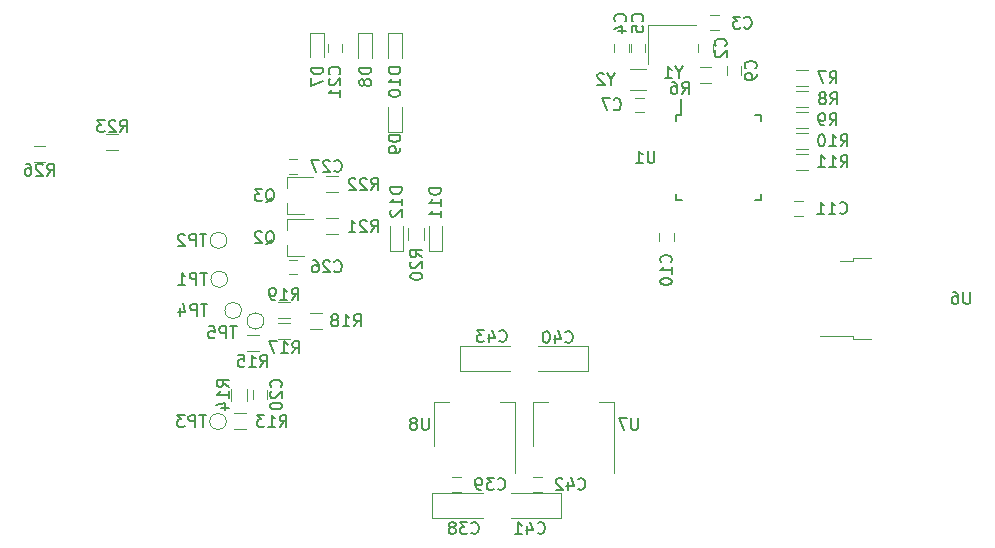
<source format=gbr>
G04 #@! TF.FileFunction,Legend,Bot*
%FSLAX46Y46*%
G04 Gerber Fmt 4.6, Leading zero omitted, Abs format (unit mm)*
G04 Created by KiCad (PCBNEW 4.0.7) date Wednesday, April 25, 2018 'PMt' 02:03:55 PM*
%MOMM*%
%LPD*%
G01*
G04 APERTURE LIST*
%ADD10C,0.100000*%
%ADD11C,0.120000*%
%ADD12C,0.150000*%
G04 APERTURE END LIST*
D10*
D11*
X154034000Y-107662000D02*
X149784000Y-107662000D01*
X154034000Y-109762000D02*
X149784000Y-109762000D01*
X154034000Y-107662000D02*
X154034000Y-109762000D01*
X163357000Y-82073000D02*
X163357000Y-82773000D01*
X164557000Y-82773000D02*
X164557000Y-82073000D01*
X165069000Y-79664000D02*
X164369000Y-79664000D01*
X164369000Y-80864000D02*
X165069000Y-80864000D01*
X156245000Y-82085000D02*
X156245000Y-82785000D01*
X157445000Y-82785000D02*
X157445000Y-82085000D01*
X157642000Y-82085000D02*
X157642000Y-82785000D01*
X158842000Y-82785000D02*
X158842000Y-82085000D01*
X158019000Y-87849000D02*
X158719000Y-87849000D01*
X158719000Y-86649000D02*
X158019000Y-86649000D01*
X165770000Y-83978000D02*
X165770000Y-84678000D01*
X166970000Y-84678000D02*
X166970000Y-83978000D01*
X161255000Y-98775000D02*
X161255000Y-98075000D01*
X160055000Y-98075000D02*
X160055000Y-98775000D01*
X172181000Y-95412000D02*
X171481000Y-95412000D01*
X171481000Y-96612000D02*
X172181000Y-96612000D01*
X125638000Y-111410000D02*
X125638000Y-112110000D01*
X126838000Y-112110000D02*
X126838000Y-111410000D01*
X131988000Y-82085000D02*
X131988000Y-82785000D01*
X133188000Y-82785000D02*
X133188000Y-82085000D01*
X129382000Y-100365000D02*
X128682000Y-100365000D01*
X128682000Y-101565000D02*
X129382000Y-101565000D01*
X129382000Y-91856000D02*
X128682000Y-91856000D01*
X128682000Y-93056000D02*
X129382000Y-93056000D01*
X130494000Y-81123000D02*
X131634000Y-81123000D01*
X131634000Y-81123000D02*
X131634000Y-83223000D01*
X130494000Y-81123000D02*
X130494000Y-83223000D01*
X134558000Y-81162000D02*
X135698000Y-81162000D01*
X135698000Y-81162000D02*
X135698000Y-83262000D01*
X134558000Y-81162000D02*
X134558000Y-83262000D01*
X138238000Y-89526000D02*
X137098000Y-89526000D01*
X137098000Y-89526000D02*
X137098000Y-87426000D01*
X138238000Y-89526000D02*
X138238000Y-87426000D01*
X137098000Y-81186500D02*
X138238000Y-81186500D01*
X138238000Y-81186500D02*
X138238000Y-83286500D01*
X137098000Y-81186500D02*
X137098000Y-83286500D01*
X141667000Y-99598000D02*
X140527000Y-99598000D01*
X140527000Y-99598000D02*
X140527000Y-97498000D01*
X141667000Y-99598000D02*
X141667000Y-97498000D01*
X138365000Y-99598000D02*
X137225000Y-99598000D01*
X137225000Y-99598000D02*
X137225000Y-97498000D01*
X138365000Y-99598000D02*
X138365000Y-97498000D01*
X128542000Y-100066000D02*
X128542000Y-99136000D01*
X128542000Y-96906000D02*
X128542000Y-97836000D01*
X128542000Y-96906000D02*
X130702000Y-96906000D01*
X128542000Y-100066000D02*
X130002000Y-100066000D01*
X128542000Y-96515000D02*
X128542000Y-95585000D01*
X128542000Y-93355000D02*
X128542000Y-94285000D01*
X128542000Y-93355000D02*
X130702000Y-93355000D01*
X128542000Y-96515000D02*
X130002000Y-96515000D01*
X163457000Y-85389000D02*
X164457000Y-85389000D01*
X164457000Y-84029000D02*
X163457000Y-84029000D01*
X171597000Y-85643000D02*
X172597000Y-85643000D01*
X172597000Y-84283000D02*
X171597000Y-84283000D01*
X171597000Y-87421000D02*
X172597000Y-87421000D01*
X172597000Y-86061000D02*
X171597000Y-86061000D01*
X171597000Y-89199000D02*
X172597000Y-89199000D01*
X172597000Y-87839000D02*
X171597000Y-87839000D01*
X171597000Y-90977000D02*
X172597000Y-90977000D01*
X172597000Y-89617000D02*
X171597000Y-89617000D01*
X171597000Y-92755000D02*
X172597000Y-92755000D01*
X172597000Y-91395000D02*
X171597000Y-91395000D01*
X125075000Y-113366000D02*
X124075000Y-113366000D01*
X124075000Y-114726000D02*
X125075000Y-114726000D01*
X123780000Y-111272000D02*
X123780000Y-112272000D01*
X125140000Y-112272000D02*
X125140000Y-111272000D01*
X126115000Y-106762000D02*
X125115000Y-106762000D01*
X125115000Y-108122000D02*
X126115000Y-108122000D01*
X128782000Y-105746000D02*
X127782000Y-105746000D01*
X127782000Y-107106000D02*
X128782000Y-107106000D01*
X131449000Y-104857000D02*
X130449000Y-104857000D01*
X130449000Y-106217000D02*
X131449000Y-106217000D01*
X128782000Y-103968000D02*
X127782000Y-103968000D01*
X127782000Y-105328000D02*
X128782000Y-105328000D01*
X140126000Y-98671000D02*
X140126000Y-97671000D01*
X138766000Y-97671000D02*
X138766000Y-98671000D01*
X131834000Y-98216000D02*
X132834000Y-98216000D01*
X132834000Y-96856000D02*
X131834000Y-96856000D01*
X131834000Y-94660000D02*
X132834000Y-94660000D01*
X132834000Y-93300000D02*
X131834000Y-93300000D01*
X114228500Y-89744000D02*
X113228500Y-89744000D01*
X113228500Y-91104000D02*
X114228500Y-91104000D01*
X108069000Y-90696500D02*
X107069000Y-90696500D01*
X107069000Y-92056500D02*
X108069000Y-92056500D01*
D12*
X161443000Y-88081000D02*
X161893000Y-88081000D01*
X161443000Y-95331000D02*
X161968000Y-95331000D01*
X168693000Y-95331000D02*
X168168000Y-95331000D01*
X168693000Y-88081000D02*
X168168000Y-88081000D01*
X161443000Y-88081000D02*
X161443000Y-88606000D01*
X168693000Y-88081000D02*
X168693000Y-88606000D01*
X168693000Y-95331000D02*
X168693000Y-94806000D01*
X161443000Y-95331000D02*
X161443000Y-94806000D01*
X161893000Y-88081000D02*
X161893000Y-86706000D01*
D11*
X177982000Y-107082000D02*
X176482000Y-107082000D01*
X176482000Y-107082000D02*
X176482000Y-106812000D01*
X176482000Y-106812000D02*
X173652000Y-106812000D01*
X177982000Y-100182000D02*
X176482000Y-100182000D01*
X176482000Y-100182000D02*
X176482000Y-100452000D01*
X176482000Y-100452000D02*
X175382000Y-100452000D01*
X159120000Y-83819000D02*
X159120000Y-80519000D01*
X159120000Y-80519000D02*
X163120000Y-80519000D01*
X158917000Y-85965000D02*
X157567000Y-85965000D01*
X158917000Y-84215000D02*
X157567000Y-84215000D01*
X149371000Y-112365000D02*
X150631000Y-112365000D01*
X156191000Y-112365000D02*
X154931000Y-112365000D01*
X149371000Y-116125000D02*
X149371000Y-112365000D01*
X156191000Y-118375000D02*
X156191000Y-112365000D01*
X140989000Y-112390000D02*
X142249000Y-112390000D01*
X147809000Y-112390000D02*
X146549000Y-112390000D01*
X140989000Y-116150000D02*
X140989000Y-112390000D01*
X147809000Y-118400000D02*
X147809000Y-112390000D01*
X140838000Y-122208000D02*
X145088000Y-122208000D01*
X140838000Y-120108000D02*
X145088000Y-120108000D01*
X140838000Y-122208000D02*
X140838000Y-120108000D01*
X143225000Y-118780000D02*
X142525000Y-118780000D01*
X142525000Y-119980000D02*
X143225000Y-119980000D01*
X151748000Y-120108000D02*
X147498000Y-120108000D01*
X151748000Y-122208000D02*
X147498000Y-122208000D01*
X151748000Y-120108000D02*
X151748000Y-122208000D01*
X149383000Y-119980000D02*
X150083000Y-119980000D01*
X150083000Y-118780000D02*
X149383000Y-118780000D01*
X123485598Y-102002193D02*
G75*
G03X123485598Y-102002193I-700000J0D01*
G01*
X123428574Y-98717709D02*
G75*
G03X123428574Y-98717709I-700000J0D01*
G01*
X123382000Y-114046000D02*
G75*
G03X123382000Y-114046000I-700000J0D01*
G01*
X124664000Y-104648000D02*
G75*
G03X124664000Y-104648000I-700000J0D01*
G01*
X126557000Y-105537000D02*
G75*
G03X126557000Y-105537000I-700000J0D01*
G01*
X143146000Y-109762000D02*
X147396000Y-109762000D01*
X143146000Y-107662000D02*
X147396000Y-107662000D01*
X143146000Y-109762000D02*
X143146000Y-107662000D01*
D12*
X152090357Y-107291143D02*
X152137976Y-107338762D01*
X152280833Y-107386381D01*
X152376071Y-107386381D01*
X152518929Y-107338762D01*
X152614167Y-107243524D01*
X152661786Y-107148286D01*
X152709405Y-106957810D01*
X152709405Y-106814952D01*
X152661786Y-106624476D01*
X152614167Y-106529238D01*
X152518929Y-106434000D01*
X152376071Y-106386381D01*
X152280833Y-106386381D01*
X152137976Y-106434000D01*
X152090357Y-106481619D01*
X151233214Y-106719714D02*
X151233214Y-107386381D01*
X151471310Y-106338762D02*
X151709405Y-107053048D01*
X151090357Y-107053048D01*
X150518929Y-106386381D02*
X150423690Y-106386381D01*
X150328452Y-106434000D01*
X150280833Y-106481619D01*
X150233214Y-106576857D01*
X150185595Y-106767333D01*
X150185595Y-107005429D01*
X150233214Y-107195905D01*
X150280833Y-107291143D01*
X150328452Y-107338762D01*
X150423690Y-107386381D01*
X150518929Y-107386381D01*
X150614167Y-107338762D01*
X150661786Y-107291143D01*
X150709405Y-107195905D01*
X150757024Y-107005429D01*
X150757024Y-106767333D01*
X150709405Y-106576857D01*
X150661786Y-106481619D01*
X150614167Y-106434000D01*
X150518929Y-106386381D01*
X165647643Y-82256334D02*
X165695262Y-82208715D01*
X165742881Y-82065858D01*
X165742881Y-81970620D01*
X165695262Y-81827762D01*
X165600024Y-81732524D01*
X165504786Y-81684905D01*
X165314310Y-81637286D01*
X165171452Y-81637286D01*
X164980976Y-81684905D01*
X164885738Y-81732524D01*
X164790500Y-81827762D01*
X164742881Y-81970620D01*
X164742881Y-82065858D01*
X164790500Y-82208715D01*
X164838119Y-82256334D01*
X164838119Y-82637286D02*
X164790500Y-82684905D01*
X164742881Y-82780143D01*
X164742881Y-83018239D01*
X164790500Y-83113477D01*
X164838119Y-83161096D01*
X164933357Y-83208715D01*
X165028595Y-83208715D01*
X165171452Y-83161096D01*
X165742881Y-82589667D01*
X165742881Y-83208715D01*
X167235166Y-80684643D02*
X167282785Y-80732262D01*
X167425642Y-80779881D01*
X167520880Y-80779881D01*
X167663738Y-80732262D01*
X167758976Y-80637024D01*
X167806595Y-80541786D01*
X167854214Y-80351310D01*
X167854214Y-80208452D01*
X167806595Y-80017976D01*
X167758976Y-79922738D01*
X167663738Y-79827500D01*
X167520880Y-79779881D01*
X167425642Y-79779881D01*
X167282785Y-79827500D01*
X167235166Y-79875119D01*
X166901833Y-79779881D02*
X166282785Y-79779881D01*
X166616119Y-80160833D01*
X166473261Y-80160833D01*
X166378023Y-80208452D01*
X166330404Y-80256071D01*
X166282785Y-80351310D01*
X166282785Y-80589405D01*
X166330404Y-80684643D01*
X166378023Y-80732262D01*
X166473261Y-80779881D01*
X166758976Y-80779881D01*
X166854214Y-80732262D01*
X166901833Y-80684643D01*
X157138643Y-80160834D02*
X157186262Y-80113215D01*
X157233881Y-79970358D01*
X157233881Y-79875120D01*
X157186262Y-79732262D01*
X157091024Y-79637024D01*
X156995786Y-79589405D01*
X156805310Y-79541786D01*
X156662452Y-79541786D01*
X156471976Y-79589405D01*
X156376738Y-79637024D01*
X156281500Y-79732262D01*
X156233881Y-79875120D01*
X156233881Y-79970358D01*
X156281500Y-80113215D01*
X156329119Y-80160834D01*
X156567214Y-81017977D02*
X157233881Y-81017977D01*
X156186262Y-80779881D02*
X156900548Y-80541786D01*
X156900548Y-81160834D01*
X158599143Y-80160834D02*
X158646762Y-80113215D01*
X158694381Y-79970358D01*
X158694381Y-79875120D01*
X158646762Y-79732262D01*
X158551524Y-79637024D01*
X158456286Y-79589405D01*
X158265810Y-79541786D01*
X158122952Y-79541786D01*
X157932476Y-79589405D01*
X157837238Y-79637024D01*
X157742000Y-79732262D01*
X157694381Y-79875120D01*
X157694381Y-79970358D01*
X157742000Y-80113215D01*
X157789619Y-80160834D01*
X157694381Y-81065596D02*
X157694381Y-80589405D01*
X158170571Y-80541786D01*
X158122952Y-80589405D01*
X158075333Y-80684643D01*
X158075333Y-80922739D01*
X158122952Y-81017977D01*
X158170571Y-81065596D01*
X158265810Y-81113215D01*
X158503905Y-81113215D01*
X158599143Y-81065596D01*
X158646762Y-81017977D01*
X158694381Y-80922739D01*
X158694381Y-80684643D01*
X158646762Y-80589405D01*
X158599143Y-80541786D01*
X156186166Y-87606143D02*
X156233785Y-87653762D01*
X156376642Y-87701381D01*
X156471880Y-87701381D01*
X156614738Y-87653762D01*
X156709976Y-87558524D01*
X156757595Y-87463286D01*
X156805214Y-87272810D01*
X156805214Y-87129952D01*
X156757595Y-86939476D01*
X156709976Y-86844238D01*
X156614738Y-86749000D01*
X156471880Y-86701381D01*
X156376642Y-86701381D01*
X156233785Y-86749000D01*
X156186166Y-86796619D01*
X155852833Y-86701381D02*
X155186166Y-86701381D01*
X155614738Y-87701381D01*
X168187643Y-84161334D02*
X168235262Y-84113715D01*
X168282881Y-83970858D01*
X168282881Y-83875620D01*
X168235262Y-83732762D01*
X168140024Y-83637524D01*
X168044786Y-83589905D01*
X167854310Y-83542286D01*
X167711452Y-83542286D01*
X167520976Y-83589905D01*
X167425738Y-83637524D01*
X167330500Y-83732762D01*
X167282881Y-83875620D01*
X167282881Y-83970858D01*
X167330500Y-84113715D01*
X167378119Y-84161334D01*
X168282881Y-84637524D02*
X168282881Y-84828000D01*
X168235262Y-84923239D01*
X168187643Y-84970858D01*
X168044786Y-85066096D01*
X167854310Y-85113715D01*
X167473357Y-85113715D01*
X167378119Y-85066096D01*
X167330500Y-85018477D01*
X167282881Y-84923239D01*
X167282881Y-84732762D01*
X167330500Y-84637524D01*
X167378119Y-84589905D01*
X167473357Y-84542286D01*
X167711452Y-84542286D01*
X167806690Y-84589905D01*
X167854310Y-84637524D01*
X167901929Y-84732762D01*
X167901929Y-84923239D01*
X167854310Y-85018477D01*
X167806690Y-85066096D01*
X167711452Y-85113715D01*
X161012143Y-100576143D02*
X161059762Y-100528524D01*
X161107381Y-100385667D01*
X161107381Y-100290429D01*
X161059762Y-100147571D01*
X160964524Y-100052333D01*
X160869286Y-100004714D01*
X160678810Y-99957095D01*
X160535952Y-99957095D01*
X160345476Y-100004714D01*
X160250238Y-100052333D01*
X160155000Y-100147571D01*
X160107381Y-100290429D01*
X160107381Y-100385667D01*
X160155000Y-100528524D01*
X160202619Y-100576143D01*
X161107381Y-101528524D02*
X161107381Y-100957095D01*
X161107381Y-101242809D02*
X160107381Y-101242809D01*
X160250238Y-101147571D01*
X160345476Y-101052333D01*
X160393095Y-100957095D01*
X160107381Y-102147571D02*
X160107381Y-102242810D01*
X160155000Y-102338048D01*
X160202619Y-102385667D01*
X160297857Y-102433286D01*
X160488333Y-102480905D01*
X160726429Y-102480905D01*
X160916905Y-102433286D01*
X161012143Y-102385667D01*
X161059762Y-102338048D01*
X161107381Y-102242810D01*
X161107381Y-102147571D01*
X161059762Y-102052333D01*
X161012143Y-102004714D01*
X160916905Y-101957095D01*
X160726429Y-101909476D01*
X160488333Y-101909476D01*
X160297857Y-101957095D01*
X160202619Y-102004714D01*
X160155000Y-102052333D01*
X160107381Y-102147571D01*
X175331357Y-96369143D02*
X175378976Y-96416762D01*
X175521833Y-96464381D01*
X175617071Y-96464381D01*
X175759929Y-96416762D01*
X175855167Y-96321524D01*
X175902786Y-96226286D01*
X175950405Y-96035810D01*
X175950405Y-95892952D01*
X175902786Y-95702476D01*
X175855167Y-95607238D01*
X175759929Y-95512000D01*
X175617071Y-95464381D01*
X175521833Y-95464381D01*
X175378976Y-95512000D01*
X175331357Y-95559619D01*
X174378976Y-96464381D02*
X174950405Y-96464381D01*
X174664691Y-96464381D02*
X174664691Y-95464381D01*
X174759929Y-95607238D01*
X174855167Y-95702476D01*
X174950405Y-95750095D01*
X173426595Y-96464381D02*
X173998024Y-96464381D01*
X173712310Y-96464381D02*
X173712310Y-95464381D01*
X173807548Y-95607238D01*
X173902786Y-95702476D01*
X173998024Y-95750095D01*
X127992143Y-111117143D02*
X128039762Y-111069524D01*
X128087381Y-110926667D01*
X128087381Y-110831429D01*
X128039762Y-110688571D01*
X127944524Y-110593333D01*
X127849286Y-110545714D01*
X127658810Y-110498095D01*
X127515952Y-110498095D01*
X127325476Y-110545714D01*
X127230238Y-110593333D01*
X127135000Y-110688571D01*
X127087381Y-110831429D01*
X127087381Y-110926667D01*
X127135000Y-111069524D01*
X127182619Y-111117143D01*
X127182619Y-111498095D02*
X127135000Y-111545714D01*
X127087381Y-111640952D01*
X127087381Y-111879048D01*
X127135000Y-111974286D01*
X127182619Y-112021905D01*
X127277857Y-112069524D01*
X127373095Y-112069524D01*
X127515952Y-112021905D01*
X128087381Y-111450476D01*
X128087381Y-112069524D01*
X127087381Y-112688571D02*
X127087381Y-112783810D01*
X127135000Y-112879048D01*
X127182619Y-112926667D01*
X127277857Y-112974286D01*
X127468333Y-113021905D01*
X127706429Y-113021905D01*
X127896905Y-112974286D01*
X127992143Y-112926667D01*
X128039762Y-112879048D01*
X128087381Y-112783810D01*
X128087381Y-112688571D01*
X128039762Y-112593333D01*
X127992143Y-112545714D01*
X127896905Y-112498095D01*
X127706429Y-112450476D01*
X127468333Y-112450476D01*
X127277857Y-112498095D01*
X127182619Y-112545714D01*
X127135000Y-112593333D01*
X127087381Y-112688571D01*
X132945143Y-84637643D02*
X132992762Y-84590024D01*
X133040381Y-84447167D01*
X133040381Y-84351929D01*
X132992762Y-84209071D01*
X132897524Y-84113833D01*
X132802286Y-84066214D01*
X132611810Y-84018595D01*
X132468952Y-84018595D01*
X132278476Y-84066214D01*
X132183238Y-84113833D01*
X132088000Y-84209071D01*
X132040381Y-84351929D01*
X132040381Y-84447167D01*
X132088000Y-84590024D01*
X132135619Y-84637643D01*
X132135619Y-85018595D02*
X132088000Y-85066214D01*
X132040381Y-85161452D01*
X132040381Y-85399548D01*
X132088000Y-85494786D01*
X132135619Y-85542405D01*
X132230857Y-85590024D01*
X132326095Y-85590024D01*
X132468952Y-85542405D01*
X133040381Y-84970976D01*
X133040381Y-85590024D01*
X133040381Y-86542405D02*
X133040381Y-85970976D01*
X133040381Y-86256690D02*
X132040381Y-86256690D01*
X132183238Y-86161452D01*
X132278476Y-86066214D01*
X132326095Y-85970976D01*
X132532357Y-101322143D02*
X132579976Y-101369762D01*
X132722833Y-101417381D01*
X132818071Y-101417381D01*
X132960929Y-101369762D01*
X133056167Y-101274524D01*
X133103786Y-101179286D01*
X133151405Y-100988810D01*
X133151405Y-100845952D01*
X133103786Y-100655476D01*
X133056167Y-100560238D01*
X132960929Y-100465000D01*
X132818071Y-100417381D01*
X132722833Y-100417381D01*
X132579976Y-100465000D01*
X132532357Y-100512619D01*
X132151405Y-100512619D02*
X132103786Y-100465000D01*
X132008548Y-100417381D01*
X131770452Y-100417381D01*
X131675214Y-100465000D01*
X131627595Y-100512619D01*
X131579976Y-100607857D01*
X131579976Y-100703095D01*
X131627595Y-100845952D01*
X132199024Y-101417381D01*
X131579976Y-101417381D01*
X130722833Y-100417381D02*
X130913310Y-100417381D01*
X131008548Y-100465000D01*
X131056167Y-100512619D01*
X131151405Y-100655476D01*
X131199024Y-100845952D01*
X131199024Y-101226905D01*
X131151405Y-101322143D01*
X131103786Y-101369762D01*
X131008548Y-101417381D01*
X130818071Y-101417381D01*
X130722833Y-101369762D01*
X130675214Y-101322143D01*
X130627595Y-101226905D01*
X130627595Y-100988810D01*
X130675214Y-100893571D01*
X130722833Y-100845952D01*
X130818071Y-100798333D01*
X131008548Y-100798333D01*
X131103786Y-100845952D01*
X131151405Y-100893571D01*
X131199024Y-100988810D01*
X132532357Y-92813143D02*
X132579976Y-92860762D01*
X132722833Y-92908381D01*
X132818071Y-92908381D01*
X132960929Y-92860762D01*
X133056167Y-92765524D01*
X133103786Y-92670286D01*
X133151405Y-92479810D01*
X133151405Y-92336952D01*
X133103786Y-92146476D01*
X133056167Y-92051238D01*
X132960929Y-91956000D01*
X132818071Y-91908381D01*
X132722833Y-91908381D01*
X132579976Y-91956000D01*
X132532357Y-92003619D01*
X132151405Y-92003619D02*
X132103786Y-91956000D01*
X132008548Y-91908381D01*
X131770452Y-91908381D01*
X131675214Y-91956000D01*
X131627595Y-92003619D01*
X131579976Y-92098857D01*
X131579976Y-92194095D01*
X131627595Y-92336952D01*
X132199024Y-92908381D01*
X131579976Y-92908381D01*
X131246643Y-91908381D02*
X130579976Y-91908381D01*
X131008548Y-92908381D01*
X131579881Y-84097905D02*
X130579881Y-84097905D01*
X130579881Y-84336000D01*
X130627500Y-84478858D01*
X130722738Y-84574096D01*
X130817976Y-84621715D01*
X131008452Y-84669334D01*
X131151310Y-84669334D01*
X131341786Y-84621715D01*
X131437024Y-84574096D01*
X131532262Y-84478858D01*
X131579881Y-84336000D01*
X131579881Y-84097905D01*
X130579881Y-85002667D02*
X130579881Y-85669334D01*
X131579881Y-85240762D01*
X135643881Y-84097905D02*
X134643881Y-84097905D01*
X134643881Y-84336000D01*
X134691500Y-84478858D01*
X134786738Y-84574096D01*
X134881976Y-84621715D01*
X135072452Y-84669334D01*
X135215310Y-84669334D01*
X135405786Y-84621715D01*
X135501024Y-84574096D01*
X135596262Y-84478858D01*
X135643881Y-84336000D01*
X135643881Y-84097905D01*
X135072452Y-85240762D02*
X135024833Y-85145524D01*
X134977214Y-85097905D01*
X134881976Y-85050286D01*
X134834357Y-85050286D01*
X134739119Y-85097905D01*
X134691500Y-85145524D01*
X134643881Y-85240762D01*
X134643881Y-85431239D01*
X134691500Y-85526477D01*
X134739119Y-85574096D01*
X134834357Y-85621715D01*
X134881976Y-85621715D01*
X134977214Y-85574096D01*
X135024833Y-85526477D01*
X135072452Y-85431239D01*
X135072452Y-85240762D01*
X135120071Y-85145524D01*
X135167690Y-85097905D01*
X135262929Y-85050286D01*
X135453405Y-85050286D01*
X135548643Y-85097905D01*
X135596262Y-85145524D01*
X135643881Y-85240762D01*
X135643881Y-85431239D01*
X135596262Y-85526477D01*
X135548643Y-85574096D01*
X135453405Y-85621715D01*
X135262929Y-85621715D01*
X135167690Y-85574096D01*
X135120071Y-85526477D01*
X135072452Y-85431239D01*
X138120381Y-89812905D02*
X137120381Y-89812905D01*
X137120381Y-90051000D01*
X137168000Y-90193858D01*
X137263238Y-90289096D01*
X137358476Y-90336715D01*
X137548952Y-90384334D01*
X137691810Y-90384334D01*
X137882286Y-90336715D01*
X137977524Y-90289096D01*
X138072762Y-90193858D01*
X138120381Y-90051000D01*
X138120381Y-89812905D01*
X138120381Y-90860524D02*
X138120381Y-91051000D01*
X138072762Y-91146239D01*
X138025143Y-91193858D01*
X137882286Y-91289096D01*
X137691810Y-91336715D01*
X137310857Y-91336715D01*
X137215619Y-91289096D01*
X137168000Y-91241477D01*
X137120381Y-91146239D01*
X137120381Y-90955762D01*
X137168000Y-90860524D01*
X137215619Y-90812905D01*
X137310857Y-90765286D01*
X137548952Y-90765286D01*
X137644190Y-90812905D01*
X137691810Y-90860524D01*
X137739429Y-90955762D01*
X137739429Y-91146239D01*
X137691810Y-91241477D01*
X137644190Y-91289096D01*
X137548952Y-91336715D01*
X138120381Y-84066214D02*
X137120381Y-84066214D01*
X137120381Y-84304309D01*
X137168000Y-84447167D01*
X137263238Y-84542405D01*
X137358476Y-84590024D01*
X137548952Y-84637643D01*
X137691810Y-84637643D01*
X137882286Y-84590024D01*
X137977524Y-84542405D01*
X138072762Y-84447167D01*
X138120381Y-84304309D01*
X138120381Y-84066214D01*
X138120381Y-85590024D02*
X138120381Y-85018595D01*
X138120381Y-85304309D02*
X137120381Y-85304309D01*
X137263238Y-85209071D01*
X137358476Y-85113833D01*
X137406095Y-85018595D01*
X137120381Y-86209071D02*
X137120381Y-86304310D01*
X137168000Y-86399548D01*
X137215619Y-86447167D01*
X137310857Y-86494786D01*
X137501333Y-86542405D01*
X137739429Y-86542405D01*
X137929905Y-86494786D01*
X138025143Y-86447167D01*
X138072762Y-86399548D01*
X138120381Y-86304310D01*
X138120381Y-86209071D01*
X138072762Y-86113833D01*
X138025143Y-86066214D01*
X137929905Y-86018595D01*
X137739429Y-85970976D01*
X137501333Y-85970976D01*
X137310857Y-86018595D01*
X137215619Y-86066214D01*
X137168000Y-86113833D01*
X137120381Y-86209071D01*
X141549381Y-94289714D02*
X140549381Y-94289714D01*
X140549381Y-94527809D01*
X140597000Y-94670667D01*
X140692238Y-94765905D01*
X140787476Y-94813524D01*
X140977952Y-94861143D01*
X141120810Y-94861143D01*
X141311286Y-94813524D01*
X141406524Y-94765905D01*
X141501762Y-94670667D01*
X141549381Y-94527809D01*
X141549381Y-94289714D01*
X141549381Y-95813524D02*
X141549381Y-95242095D01*
X141549381Y-95527809D02*
X140549381Y-95527809D01*
X140692238Y-95432571D01*
X140787476Y-95337333D01*
X140835095Y-95242095D01*
X141549381Y-96765905D02*
X141549381Y-96194476D01*
X141549381Y-96480190D02*
X140549381Y-96480190D01*
X140692238Y-96384952D01*
X140787476Y-96289714D01*
X140835095Y-96194476D01*
X138247381Y-94226214D02*
X137247381Y-94226214D01*
X137247381Y-94464309D01*
X137295000Y-94607167D01*
X137390238Y-94702405D01*
X137485476Y-94750024D01*
X137675952Y-94797643D01*
X137818810Y-94797643D01*
X138009286Y-94750024D01*
X138104524Y-94702405D01*
X138199762Y-94607167D01*
X138247381Y-94464309D01*
X138247381Y-94226214D01*
X138247381Y-95750024D02*
X138247381Y-95178595D01*
X138247381Y-95464309D02*
X137247381Y-95464309D01*
X137390238Y-95369071D01*
X137485476Y-95273833D01*
X137533095Y-95178595D01*
X137342619Y-96130976D02*
X137295000Y-96178595D01*
X137247381Y-96273833D01*
X137247381Y-96511929D01*
X137295000Y-96607167D01*
X137342619Y-96654786D01*
X137437857Y-96702405D01*
X137533095Y-96702405D01*
X137675952Y-96654786D01*
X138247381Y-96083357D01*
X138247381Y-96702405D01*
X126714238Y-99036119D02*
X126809476Y-98988500D01*
X126904714Y-98893262D01*
X127047571Y-98750405D01*
X127142810Y-98702786D01*
X127238048Y-98702786D01*
X127190429Y-98940881D02*
X127285667Y-98893262D01*
X127380905Y-98798024D01*
X127428524Y-98607548D01*
X127428524Y-98274214D01*
X127380905Y-98083738D01*
X127285667Y-97988500D01*
X127190429Y-97940881D01*
X126999952Y-97940881D01*
X126904714Y-97988500D01*
X126809476Y-98083738D01*
X126761857Y-98274214D01*
X126761857Y-98607548D01*
X126809476Y-98798024D01*
X126904714Y-98893262D01*
X126999952Y-98940881D01*
X127190429Y-98940881D01*
X126380905Y-98036119D02*
X126333286Y-97988500D01*
X126238048Y-97940881D01*
X125999952Y-97940881D01*
X125904714Y-97988500D01*
X125857095Y-98036119D01*
X125809476Y-98131357D01*
X125809476Y-98226595D01*
X125857095Y-98369452D01*
X126428524Y-98940881D01*
X125809476Y-98940881D01*
X126714238Y-95480119D02*
X126809476Y-95432500D01*
X126904714Y-95337262D01*
X127047571Y-95194405D01*
X127142810Y-95146786D01*
X127238048Y-95146786D01*
X127190429Y-95384881D02*
X127285667Y-95337262D01*
X127380905Y-95242024D01*
X127428524Y-95051548D01*
X127428524Y-94718214D01*
X127380905Y-94527738D01*
X127285667Y-94432500D01*
X127190429Y-94384881D01*
X126999952Y-94384881D01*
X126904714Y-94432500D01*
X126809476Y-94527738D01*
X126761857Y-94718214D01*
X126761857Y-95051548D01*
X126809476Y-95242024D01*
X126904714Y-95337262D01*
X126999952Y-95384881D01*
X127190429Y-95384881D01*
X126428524Y-94384881D02*
X125809476Y-94384881D01*
X126142810Y-94765833D01*
X125999952Y-94765833D01*
X125904714Y-94813452D01*
X125857095Y-94861071D01*
X125809476Y-94956310D01*
X125809476Y-95194405D01*
X125857095Y-95289643D01*
X125904714Y-95337262D01*
X125999952Y-95384881D01*
X126285667Y-95384881D01*
X126380905Y-95337262D01*
X126428524Y-95289643D01*
X161964666Y-86304381D02*
X162298000Y-85828190D01*
X162536095Y-86304381D02*
X162536095Y-85304381D01*
X162155142Y-85304381D01*
X162059904Y-85352000D01*
X162012285Y-85399619D01*
X161964666Y-85494857D01*
X161964666Y-85637714D01*
X162012285Y-85732952D01*
X162059904Y-85780571D01*
X162155142Y-85828190D01*
X162536095Y-85828190D01*
X161107523Y-85304381D02*
X161298000Y-85304381D01*
X161393238Y-85352000D01*
X161440857Y-85399619D01*
X161536095Y-85542476D01*
X161583714Y-85732952D01*
X161583714Y-86113905D01*
X161536095Y-86209143D01*
X161488476Y-86256762D01*
X161393238Y-86304381D01*
X161202761Y-86304381D01*
X161107523Y-86256762D01*
X161059904Y-86209143D01*
X161012285Y-86113905D01*
X161012285Y-85875810D01*
X161059904Y-85780571D01*
X161107523Y-85732952D01*
X161202761Y-85685333D01*
X161393238Y-85685333D01*
X161488476Y-85732952D01*
X161536095Y-85780571D01*
X161583714Y-85875810D01*
X174474166Y-85415381D02*
X174807500Y-84939190D01*
X175045595Y-85415381D02*
X175045595Y-84415381D01*
X174664642Y-84415381D01*
X174569404Y-84463000D01*
X174521785Y-84510619D01*
X174474166Y-84605857D01*
X174474166Y-84748714D01*
X174521785Y-84843952D01*
X174569404Y-84891571D01*
X174664642Y-84939190D01*
X175045595Y-84939190D01*
X174140833Y-84415381D02*
X173474166Y-84415381D01*
X173902738Y-85415381D01*
X174537666Y-87193381D02*
X174871000Y-86717190D01*
X175109095Y-87193381D02*
X175109095Y-86193381D01*
X174728142Y-86193381D01*
X174632904Y-86241000D01*
X174585285Y-86288619D01*
X174537666Y-86383857D01*
X174537666Y-86526714D01*
X174585285Y-86621952D01*
X174632904Y-86669571D01*
X174728142Y-86717190D01*
X175109095Y-86717190D01*
X173966238Y-86621952D02*
X174061476Y-86574333D01*
X174109095Y-86526714D01*
X174156714Y-86431476D01*
X174156714Y-86383857D01*
X174109095Y-86288619D01*
X174061476Y-86241000D01*
X173966238Y-86193381D01*
X173775761Y-86193381D01*
X173680523Y-86241000D01*
X173632904Y-86288619D01*
X173585285Y-86383857D01*
X173585285Y-86431476D01*
X173632904Y-86526714D01*
X173680523Y-86574333D01*
X173775761Y-86621952D01*
X173966238Y-86621952D01*
X174061476Y-86669571D01*
X174109095Y-86717190D01*
X174156714Y-86812429D01*
X174156714Y-87002905D01*
X174109095Y-87098143D01*
X174061476Y-87145762D01*
X173966238Y-87193381D01*
X173775761Y-87193381D01*
X173680523Y-87145762D01*
X173632904Y-87098143D01*
X173585285Y-87002905D01*
X173585285Y-86812429D01*
X173632904Y-86717190D01*
X173680523Y-86669571D01*
X173775761Y-86621952D01*
X174474166Y-88971381D02*
X174807500Y-88495190D01*
X175045595Y-88971381D02*
X175045595Y-87971381D01*
X174664642Y-87971381D01*
X174569404Y-88019000D01*
X174521785Y-88066619D01*
X174474166Y-88161857D01*
X174474166Y-88304714D01*
X174521785Y-88399952D01*
X174569404Y-88447571D01*
X174664642Y-88495190D01*
X175045595Y-88495190D01*
X173997976Y-88971381D02*
X173807500Y-88971381D01*
X173712261Y-88923762D01*
X173664642Y-88876143D01*
X173569404Y-88733286D01*
X173521785Y-88542810D01*
X173521785Y-88161857D01*
X173569404Y-88066619D01*
X173617023Y-88019000D01*
X173712261Y-87971381D01*
X173902738Y-87971381D01*
X173997976Y-88019000D01*
X174045595Y-88066619D01*
X174093214Y-88161857D01*
X174093214Y-88399952D01*
X174045595Y-88495190D01*
X173997976Y-88542810D01*
X173902738Y-88590429D01*
X173712261Y-88590429D01*
X173617023Y-88542810D01*
X173569404Y-88495190D01*
X173521785Y-88399952D01*
X175394857Y-90749381D02*
X175728191Y-90273190D01*
X175966286Y-90749381D02*
X175966286Y-89749381D01*
X175585333Y-89749381D01*
X175490095Y-89797000D01*
X175442476Y-89844619D01*
X175394857Y-89939857D01*
X175394857Y-90082714D01*
X175442476Y-90177952D01*
X175490095Y-90225571D01*
X175585333Y-90273190D01*
X175966286Y-90273190D01*
X174442476Y-90749381D02*
X175013905Y-90749381D01*
X174728191Y-90749381D02*
X174728191Y-89749381D01*
X174823429Y-89892238D01*
X174918667Y-89987476D01*
X175013905Y-90035095D01*
X173823429Y-89749381D02*
X173728190Y-89749381D01*
X173632952Y-89797000D01*
X173585333Y-89844619D01*
X173537714Y-89939857D01*
X173490095Y-90130333D01*
X173490095Y-90368429D01*
X173537714Y-90558905D01*
X173585333Y-90654143D01*
X173632952Y-90701762D01*
X173728190Y-90749381D01*
X173823429Y-90749381D01*
X173918667Y-90701762D01*
X173966286Y-90654143D01*
X174013905Y-90558905D01*
X174061524Y-90368429D01*
X174061524Y-90130333D01*
X174013905Y-89939857D01*
X173966286Y-89844619D01*
X173918667Y-89797000D01*
X173823429Y-89749381D01*
X175394857Y-92527381D02*
X175728191Y-92051190D01*
X175966286Y-92527381D02*
X175966286Y-91527381D01*
X175585333Y-91527381D01*
X175490095Y-91575000D01*
X175442476Y-91622619D01*
X175394857Y-91717857D01*
X175394857Y-91860714D01*
X175442476Y-91955952D01*
X175490095Y-92003571D01*
X175585333Y-92051190D01*
X175966286Y-92051190D01*
X174442476Y-92527381D02*
X175013905Y-92527381D01*
X174728191Y-92527381D02*
X174728191Y-91527381D01*
X174823429Y-91670238D01*
X174918667Y-91765476D01*
X175013905Y-91813095D01*
X173490095Y-92527381D02*
X174061524Y-92527381D01*
X173775810Y-92527381D02*
X173775810Y-91527381D01*
X173871048Y-91670238D01*
X173966286Y-91765476D01*
X174061524Y-91813095D01*
X127896857Y-114498381D02*
X128230191Y-114022190D01*
X128468286Y-114498381D02*
X128468286Y-113498381D01*
X128087333Y-113498381D01*
X127992095Y-113546000D01*
X127944476Y-113593619D01*
X127896857Y-113688857D01*
X127896857Y-113831714D01*
X127944476Y-113926952D01*
X127992095Y-113974571D01*
X128087333Y-114022190D01*
X128468286Y-114022190D01*
X126944476Y-114498381D02*
X127515905Y-114498381D01*
X127230191Y-114498381D02*
X127230191Y-113498381D01*
X127325429Y-113641238D01*
X127420667Y-113736476D01*
X127515905Y-113784095D01*
X126611143Y-113498381D02*
X125992095Y-113498381D01*
X126325429Y-113879333D01*
X126182571Y-113879333D01*
X126087333Y-113926952D01*
X126039714Y-113974571D01*
X125992095Y-114069810D01*
X125992095Y-114307905D01*
X126039714Y-114403143D01*
X126087333Y-114450762D01*
X126182571Y-114498381D01*
X126468286Y-114498381D01*
X126563524Y-114450762D01*
X126611143Y-114403143D01*
X123578881Y-111117143D02*
X123102690Y-110783809D01*
X123578881Y-110545714D02*
X122578881Y-110545714D01*
X122578881Y-110926667D01*
X122626500Y-111021905D01*
X122674119Y-111069524D01*
X122769357Y-111117143D01*
X122912214Y-111117143D01*
X123007452Y-111069524D01*
X123055071Y-111021905D01*
X123102690Y-110926667D01*
X123102690Y-110545714D01*
X123578881Y-112069524D02*
X123578881Y-111498095D01*
X123578881Y-111783809D02*
X122578881Y-111783809D01*
X122721738Y-111688571D01*
X122816976Y-111593333D01*
X122864595Y-111498095D01*
X122912214Y-112926667D02*
X123578881Y-112926667D01*
X122531262Y-112688571D02*
X123245548Y-112450476D01*
X123245548Y-113069524D01*
X126245857Y-109418381D02*
X126579191Y-108942190D01*
X126817286Y-109418381D02*
X126817286Y-108418381D01*
X126436333Y-108418381D01*
X126341095Y-108466000D01*
X126293476Y-108513619D01*
X126245857Y-108608857D01*
X126245857Y-108751714D01*
X126293476Y-108846952D01*
X126341095Y-108894571D01*
X126436333Y-108942190D01*
X126817286Y-108942190D01*
X125293476Y-109418381D02*
X125864905Y-109418381D01*
X125579191Y-109418381D02*
X125579191Y-108418381D01*
X125674429Y-108561238D01*
X125769667Y-108656476D01*
X125864905Y-108704095D01*
X124388714Y-108418381D02*
X124864905Y-108418381D01*
X124912524Y-108894571D01*
X124864905Y-108846952D01*
X124769667Y-108799333D01*
X124531571Y-108799333D01*
X124436333Y-108846952D01*
X124388714Y-108894571D01*
X124341095Y-108989810D01*
X124341095Y-109227905D01*
X124388714Y-109323143D01*
X124436333Y-109370762D01*
X124531571Y-109418381D01*
X124769667Y-109418381D01*
X124864905Y-109370762D01*
X124912524Y-109323143D01*
X128976357Y-108275381D02*
X129309691Y-107799190D01*
X129547786Y-108275381D02*
X129547786Y-107275381D01*
X129166833Y-107275381D01*
X129071595Y-107323000D01*
X129023976Y-107370619D01*
X128976357Y-107465857D01*
X128976357Y-107608714D01*
X129023976Y-107703952D01*
X129071595Y-107751571D01*
X129166833Y-107799190D01*
X129547786Y-107799190D01*
X128023976Y-108275381D02*
X128595405Y-108275381D01*
X128309691Y-108275381D02*
X128309691Y-107275381D01*
X128404929Y-107418238D01*
X128500167Y-107513476D01*
X128595405Y-107561095D01*
X127690643Y-107275381D02*
X127023976Y-107275381D01*
X127452548Y-108275381D01*
X134183357Y-105989381D02*
X134516691Y-105513190D01*
X134754786Y-105989381D02*
X134754786Y-104989381D01*
X134373833Y-104989381D01*
X134278595Y-105037000D01*
X134230976Y-105084619D01*
X134183357Y-105179857D01*
X134183357Y-105322714D01*
X134230976Y-105417952D01*
X134278595Y-105465571D01*
X134373833Y-105513190D01*
X134754786Y-105513190D01*
X133230976Y-105989381D02*
X133802405Y-105989381D01*
X133516691Y-105989381D02*
X133516691Y-104989381D01*
X133611929Y-105132238D01*
X133707167Y-105227476D01*
X133802405Y-105275095D01*
X132659548Y-105417952D02*
X132754786Y-105370333D01*
X132802405Y-105322714D01*
X132850024Y-105227476D01*
X132850024Y-105179857D01*
X132802405Y-105084619D01*
X132754786Y-105037000D01*
X132659548Y-104989381D01*
X132469071Y-104989381D01*
X132373833Y-105037000D01*
X132326214Y-105084619D01*
X132278595Y-105179857D01*
X132278595Y-105227476D01*
X132326214Y-105322714D01*
X132373833Y-105370333D01*
X132469071Y-105417952D01*
X132659548Y-105417952D01*
X132754786Y-105465571D01*
X132802405Y-105513190D01*
X132850024Y-105608429D01*
X132850024Y-105798905D01*
X132802405Y-105894143D01*
X132754786Y-105941762D01*
X132659548Y-105989381D01*
X132469071Y-105989381D01*
X132373833Y-105941762D01*
X132326214Y-105894143D01*
X132278595Y-105798905D01*
X132278595Y-105608429D01*
X132326214Y-105513190D01*
X132373833Y-105465571D01*
X132469071Y-105417952D01*
X128912857Y-103766881D02*
X129246191Y-103290690D01*
X129484286Y-103766881D02*
X129484286Y-102766881D01*
X129103333Y-102766881D01*
X129008095Y-102814500D01*
X128960476Y-102862119D01*
X128912857Y-102957357D01*
X128912857Y-103100214D01*
X128960476Y-103195452D01*
X129008095Y-103243071D01*
X129103333Y-103290690D01*
X129484286Y-103290690D01*
X127960476Y-103766881D02*
X128531905Y-103766881D01*
X128246191Y-103766881D02*
X128246191Y-102766881D01*
X128341429Y-102909738D01*
X128436667Y-103004976D01*
X128531905Y-103052595D01*
X127484286Y-103766881D02*
X127293810Y-103766881D01*
X127198571Y-103719262D01*
X127150952Y-103671643D01*
X127055714Y-103528786D01*
X127008095Y-103338310D01*
X127008095Y-102957357D01*
X127055714Y-102862119D01*
X127103333Y-102814500D01*
X127198571Y-102766881D01*
X127389048Y-102766881D01*
X127484286Y-102814500D01*
X127531905Y-102862119D01*
X127579524Y-102957357D01*
X127579524Y-103195452D01*
X127531905Y-103290690D01*
X127484286Y-103338310D01*
X127389048Y-103385929D01*
X127198571Y-103385929D01*
X127103333Y-103338310D01*
X127055714Y-103290690D01*
X127008095Y-103195452D01*
X139961881Y-100131643D02*
X139485690Y-99798309D01*
X139961881Y-99560214D02*
X138961881Y-99560214D01*
X138961881Y-99941167D01*
X139009500Y-100036405D01*
X139057119Y-100084024D01*
X139152357Y-100131643D01*
X139295214Y-100131643D01*
X139390452Y-100084024D01*
X139438071Y-100036405D01*
X139485690Y-99941167D01*
X139485690Y-99560214D01*
X139057119Y-100512595D02*
X139009500Y-100560214D01*
X138961881Y-100655452D01*
X138961881Y-100893548D01*
X139009500Y-100988786D01*
X139057119Y-101036405D01*
X139152357Y-101084024D01*
X139247595Y-101084024D01*
X139390452Y-101036405D01*
X139961881Y-100464976D01*
X139961881Y-101084024D01*
X138961881Y-101703071D02*
X138961881Y-101798310D01*
X139009500Y-101893548D01*
X139057119Y-101941167D01*
X139152357Y-101988786D01*
X139342833Y-102036405D01*
X139580929Y-102036405D01*
X139771405Y-101988786D01*
X139866643Y-101941167D01*
X139914262Y-101893548D01*
X139961881Y-101798310D01*
X139961881Y-101703071D01*
X139914262Y-101607833D01*
X139866643Y-101560214D01*
X139771405Y-101512595D01*
X139580929Y-101464976D01*
X139342833Y-101464976D01*
X139152357Y-101512595D01*
X139057119Y-101560214D01*
X139009500Y-101607833D01*
X138961881Y-101703071D01*
X135643857Y-97988381D02*
X135977191Y-97512190D01*
X136215286Y-97988381D02*
X136215286Y-96988381D01*
X135834333Y-96988381D01*
X135739095Y-97036000D01*
X135691476Y-97083619D01*
X135643857Y-97178857D01*
X135643857Y-97321714D01*
X135691476Y-97416952D01*
X135739095Y-97464571D01*
X135834333Y-97512190D01*
X136215286Y-97512190D01*
X135262905Y-97083619D02*
X135215286Y-97036000D01*
X135120048Y-96988381D01*
X134881952Y-96988381D01*
X134786714Y-97036000D01*
X134739095Y-97083619D01*
X134691476Y-97178857D01*
X134691476Y-97274095D01*
X134739095Y-97416952D01*
X135310524Y-97988381D01*
X134691476Y-97988381D01*
X133739095Y-97988381D02*
X134310524Y-97988381D01*
X134024810Y-97988381D02*
X134024810Y-96988381D01*
X134120048Y-97131238D01*
X134215286Y-97226476D01*
X134310524Y-97274095D01*
X135643857Y-94432381D02*
X135977191Y-93956190D01*
X136215286Y-94432381D02*
X136215286Y-93432381D01*
X135834333Y-93432381D01*
X135739095Y-93480000D01*
X135691476Y-93527619D01*
X135643857Y-93622857D01*
X135643857Y-93765714D01*
X135691476Y-93860952D01*
X135739095Y-93908571D01*
X135834333Y-93956190D01*
X136215286Y-93956190D01*
X135262905Y-93527619D02*
X135215286Y-93480000D01*
X135120048Y-93432381D01*
X134881952Y-93432381D01*
X134786714Y-93480000D01*
X134739095Y-93527619D01*
X134691476Y-93622857D01*
X134691476Y-93718095D01*
X134739095Y-93860952D01*
X135310524Y-94432381D01*
X134691476Y-94432381D01*
X134310524Y-93527619D02*
X134262905Y-93480000D01*
X134167667Y-93432381D01*
X133929571Y-93432381D01*
X133834333Y-93480000D01*
X133786714Y-93527619D01*
X133739095Y-93622857D01*
X133739095Y-93718095D01*
X133786714Y-93860952D01*
X134358143Y-94432381D01*
X133739095Y-94432381D01*
X114371357Y-89542881D02*
X114704691Y-89066690D01*
X114942786Y-89542881D02*
X114942786Y-88542881D01*
X114561833Y-88542881D01*
X114466595Y-88590500D01*
X114418976Y-88638119D01*
X114371357Y-88733357D01*
X114371357Y-88876214D01*
X114418976Y-88971452D01*
X114466595Y-89019071D01*
X114561833Y-89066690D01*
X114942786Y-89066690D01*
X113990405Y-88638119D02*
X113942786Y-88590500D01*
X113847548Y-88542881D01*
X113609452Y-88542881D01*
X113514214Y-88590500D01*
X113466595Y-88638119D01*
X113418976Y-88733357D01*
X113418976Y-88828595D01*
X113466595Y-88971452D01*
X114038024Y-89542881D01*
X113418976Y-89542881D01*
X113085643Y-88542881D02*
X112466595Y-88542881D01*
X112799929Y-88923833D01*
X112657071Y-88923833D01*
X112561833Y-88971452D01*
X112514214Y-89019071D01*
X112466595Y-89114310D01*
X112466595Y-89352405D01*
X112514214Y-89447643D01*
X112561833Y-89495262D01*
X112657071Y-89542881D01*
X112942786Y-89542881D01*
X113038024Y-89495262D01*
X113085643Y-89447643D01*
X108211857Y-93225881D02*
X108545191Y-92749690D01*
X108783286Y-93225881D02*
X108783286Y-92225881D01*
X108402333Y-92225881D01*
X108307095Y-92273500D01*
X108259476Y-92321119D01*
X108211857Y-92416357D01*
X108211857Y-92559214D01*
X108259476Y-92654452D01*
X108307095Y-92702071D01*
X108402333Y-92749690D01*
X108783286Y-92749690D01*
X107830905Y-92321119D02*
X107783286Y-92273500D01*
X107688048Y-92225881D01*
X107449952Y-92225881D01*
X107354714Y-92273500D01*
X107307095Y-92321119D01*
X107259476Y-92416357D01*
X107259476Y-92511595D01*
X107307095Y-92654452D01*
X107878524Y-93225881D01*
X107259476Y-93225881D01*
X106402333Y-92225881D02*
X106592810Y-92225881D01*
X106688048Y-92273500D01*
X106735667Y-92321119D01*
X106830905Y-92463976D01*
X106878524Y-92654452D01*
X106878524Y-93035405D01*
X106830905Y-93130643D01*
X106783286Y-93178262D01*
X106688048Y-93225881D01*
X106497571Y-93225881D01*
X106402333Y-93178262D01*
X106354714Y-93130643D01*
X106307095Y-93035405D01*
X106307095Y-92797310D01*
X106354714Y-92702071D01*
X106402333Y-92654452D01*
X106497571Y-92606833D01*
X106688048Y-92606833D01*
X106783286Y-92654452D01*
X106830905Y-92702071D01*
X106878524Y-92797310D01*
X159638905Y-91146381D02*
X159638905Y-91955905D01*
X159591286Y-92051143D01*
X159543667Y-92098762D01*
X159448429Y-92146381D01*
X159257952Y-92146381D01*
X159162714Y-92098762D01*
X159115095Y-92051143D01*
X159067476Y-91955905D01*
X159067476Y-91146381D01*
X158067476Y-92146381D02*
X158638905Y-92146381D01*
X158353191Y-92146381D02*
X158353191Y-91146381D01*
X158448429Y-91289238D01*
X158543667Y-91384476D01*
X158638905Y-91432095D01*
X186372405Y-103084381D02*
X186372405Y-103893905D01*
X186324786Y-103989143D01*
X186277167Y-104036762D01*
X186181929Y-104084381D01*
X185991452Y-104084381D01*
X185896214Y-104036762D01*
X185848595Y-103989143D01*
X185800976Y-103893905D01*
X185800976Y-103084381D01*
X184896214Y-103084381D02*
X185086691Y-103084381D01*
X185181929Y-103132000D01*
X185229548Y-103179619D01*
X185324786Y-103322476D01*
X185372405Y-103512952D01*
X185372405Y-103893905D01*
X185324786Y-103989143D01*
X185277167Y-104036762D01*
X185181929Y-104084381D01*
X184991452Y-104084381D01*
X184896214Y-104036762D01*
X184848595Y-103989143D01*
X184800976Y-103893905D01*
X184800976Y-103655810D01*
X184848595Y-103560571D01*
X184896214Y-103512952D01*
X184991452Y-103465333D01*
X185181929Y-103465333D01*
X185277167Y-103512952D01*
X185324786Y-103560571D01*
X185372405Y-103655810D01*
X161702691Y-84494690D02*
X161702691Y-84970881D01*
X162036024Y-83970881D02*
X161702691Y-84494690D01*
X161369357Y-83970881D01*
X160512214Y-84970881D02*
X161083643Y-84970881D01*
X160797929Y-84970881D02*
X160797929Y-83970881D01*
X160893167Y-84113738D01*
X160988405Y-84208976D01*
X161083643Y-84256595D01*
X155987691Y-85066190D02*
X155987691Y-85542381D01*
X156321024Y-84542381D02*
X155987691Y-85066190D01*
X155654357Y-84542381D01*
X155368643Y-84637619D02*
X155321024Y-84590000D01*
X155225786Y-84542381D01*
X154987690Y-84542381D01*
X154892452Y-84590000D01*
X154844833Y-84637619D01*
X154797214Y-84732857D01*
X154797214Y-84828095D01*
X154844833Y-84970952D01*
X155416262Y-85542381D01*
X154797214Y-85542381D01*
X158241905Y-113752381D02*
X158241905Y-114561905D01*
X158194286Y-114657143D01*
X158146667Y-114704762D01*
X158051429Y-114752381D01*
X157860952Y-114752381D01*
X157765714Y-114704762D01*
X157718095Y-114657143D01*
X157670476Y-114561905D01*
X157670476Y-113752381D01*
X157289524Y-113752381D02*
X156622857Y-113752381D01*
X157051429Y-114752381D01*
X140525405Y-113752381D02*
X140525405Y-114561905D01*
X140477786Y-114657143D01*
X140430167Y-114704762D01*
X140334929Y-114752381D01*
X140144452Y-114752381D01*
X140049214Y-114704762D01*
X140001595Y-114657143D01*
X139953976Y-114561905D01*
X139953976Y-113752381D01*
X139334929Y-114180952D02*
X139430167Y-114133333D01*
X139477786Y-114085714D01*
X139525405Y-113990476D01*
X139525405Y-113942857D01*
X139477786Y-113847619D01*
X139430167Y-113800000D01*
X139334929Y-113752381D01*
X139144452Y-113752381D01*
X139049214Y-113800000D01*
X139001595Y-113847619D01*
X138953976Y-113942857D01*
X138953976Y-113990476D01*
X139001595Y-114085714D01*
X139049214Y-114133333D01*
X139144452Y-114180952D01*
X139334929Y-114180952D01*
X139430167Y-114228571D01*
X139477786Y-114276190D01*
X139525405Y-114371429D01*
X139525405Y-114561905D01*
X139477786Y-114657143D01*
X139430167Y-114704762D01*
X139334929Y-114752381D01*
X139144452Y-114752381D01*
X139049214Y-114704762D01*
X139001595Y-114657143D01*
X138953976Y-114561905D01*
X138953976Y-114371429D01*
X139001595Y-114276190D01*
X139049214Y-114228571D01*
X139144452Y-114180952D01*
X144130857Y-123483643D02*
X144178476Y-123531262D01*
X144321333Y-123578881D01*
X144416571Y-123578881D01*
X144559429Y-123531262D01*
X144654667Y-123436024D01*
X144702286Y-123340786D01*
X144749905Y-123150310D01*
X144749905Y-123007452D01*
X144702286Y-122816976D01*
X144654667Y-122721738D01*
X144559429Y-122626500D01*
X144416571Y-122578881D01*
X144321333Y-122578881D01*
X144178476Y-122626500D01*
X144130857Y-122674119D01*
X143797524Y-122578881D02*
X143178476Y-122578881D01*
X143511810Y-122959833D01*
X143368952Y-122959833D01*
X143273714Y-123007452D01*
X143226095Y-123055071D01*
X143178476Y-123150310D01*
X143178476Y-123388405D01*
X143226095Y-123483643D01*
X143273714Y-123531262D01*
X143368952Y-123578881D01*
X143654667Y-123578881D01*
X143749905Y-123531262D01*
X143797524Y-123483643D01*
X142607048Y-123007452D02*
X142702286Y-122959833D01*
X142749905Y-122912214D01*
X142797524Y-122816976D01*
X142797524Y-122769357D01*
X142749905Y-122674119D01*
X142702286Y-122626500D01*
X142607048Y-122578881D01*
X142416571Y-122578881D01*
X142321333Y-122626500D01*
X142273714Y-122674119D01*
X142226095Y-122769357D01*
X142226095Y-122816976D01*
X142273714Y-122912214D01*
X142321333Y-122959833D01*
X142416571Y-123007452D01*
X142607048Y-123007452D01*
X142702286Y-123055071D01*
X142749905Y-123102690D01*
X142797524Y-123197929D01*
X142797524Y-123388405D01*
X142749905Y-123483643D01*
X142702286Y-123531262D01*
X142607048Y-123578881D01*
X142416571Y-123578881D01*
X142321333Y-123531262D01*
X142273714Y-123483643D01*
X142226095Y-123388405D01*
X142226095Y-123197929D01*
X142273714Y-123102690D01*
X142321333Y-123055071D01*
X142416571Y-123007452D01*
X146375357Y-119737143D02*
X146422976Y-119784762D01*
X146565833Y-119832381D01*
X146661071Y-119832381D01*
X146803929Y-119784762D01*
X146899167Y-119689524D01*
X146946786Y-119594286D01*
X146994405Y-119403810D01*
X146994405Y-119260952D01*
X146946786Y-119070476D01*
X146899167Y-118975238D01*
X146803929Y-118880000D01*
X146661071Y-118832381D01*
X146565833Y-118832381D01*
X146422976Y-118880000D01*
X146375357Y-118927619D01*
X146042024Y-118832381D02*
X145422976Y-118832381D01*
X145756310Y-119213333D01*
X145613452Y-119213333D01*
X145518214Y-119260952D01*
X145470595Y-119308571D01*
X145422976Y-119403810D01*
X145422976Y-119641905D01*
X145470595Y-119737143D01*
X145518214Y-119784762D01*
X145613452Y-119832381D01*
X145899167Y-119832381D01*
X145994405Y-119784762D01*
X146042024Y-119737143D01*
X144946786Y-119832381D02*
X144756310Y-119832381D01*
X144661071Y-119784762D01*
X144613452Y-119737143D01*
X144518214Y-119594286D01*
X144470595Y-119403810D01*
X144470595Y-119022857D01*
X144518214Y-118927619D01*
X144565833Y-118880000D01*
X144661071Y-118832381D01*
X144851548Y-118832381D01*
X144946786Y-118880000D01*
X144994405Y-118927619D01*
X145042024Y-119022857D01*
X145042024Y-119260952D01*
X144994405Y-119356190D01*
X144946786Y-119403810D01*
X144851548Y-119451429D01*
X144661071Y-119451429D01*
X144565833Y-119403810D01*
X144518214Y-119356190D01*
X144470595Y-119260952D01*
X149740857Y-123483643D02*
X149788476Y-123531262D01*
X149931333Y-123578881D01*
X150026571Y-123578881D01*
X150169429Y-123531262D01*
X150264667Y-123436024D01*
X150312286Y-123340786D01*
X150359905Y-123150310D01*
X150359905Y-123007452D01*
X150312286Y-122816976D01*
X150264667Y-122721738D01*
X150169429Y-122626500D01*
X150026571Y-122578881D01*
X149931333Y-122578881D01*
X149788476Y-122626500D01*
X149740857Y-122674119D01*
X148883714Y-122912214D02*
X148883714Y-123578881D01*
X149121810Y-122531262D02*
X149359905Y-123245548D01*
X148740857Y-123245548D01*
X147836095Y-123578881D02*
X148407524Y-123578881D01*
X148121810Y-123578881D02*
X148121810Y-122578881D01*
X148217048Y-122721738D01*
X148312286Y-122816976D01*
X148407524Y-122864595D01*
X153169857Y-119737143D02*
X153217476Y-119784762D01*
X153360333Y-119832381D01*
X153455571Y-119832381D01*
X153598429Y-119784762D01*
X153693667Y-119689524D01*
X153741286Y-119594286D01*
X153788905Y-119403810D01*
X153788905Y-119260952D01*
X153741286Y-119070476D01*
X153693667Y-118975238D01*
X153598429Y-118880000D01*
X153455571Y-118832381D01*
X153360333Y-118832381D01*
X153217476Y-118880000D01*
X153169857Y-118927619D01*
X152312714Y-119165714D02*
X152312714Y-119832381D01*
X152550810Y-118784762D02*
X152788905Y-119499048D01*
X152169857Y-119499048D01*
X151836524Y-118927619D02*
X151788905Y-118880000D01*
X151693667Y-118832381D01*
X151455571Y-118832381D01*
X151360333Y-118880000D01*
X151312714Y-118927619D01*
X151265095Y-119022857D01*
X151265095Y-119118095D01*
X151312714Y-119260952D01*
X151884143Y-119832381D01*
X151265095Y-119832381D01*
X121761503Y-101454574D02*
X121190074Y-101454574D01*
X121475789Y-102454574D02*
X121475789Y-101454574D01*
X120856741Y-102454574D02*
X120856741Y-101454574D01*
X120475788Y-101454574D01*
X120380550Y-101502193D01*
X120332931Y-101549812D01*
X120285312Y-101645050D01*
X120285312Y-101787907D01*
X120332931Y-101883145D01*
X120380550Y-101930764D01*
X120475788Y-101978383D01*
X120856741Y-101978383D01*
X119332931Y-102454574D02*
X119904360Y-102454574D01*
X119618646Y-102454574D02*
X119618646Y-101454574D01*
X119713884Y-101597431D01*
X119809122Y-101692669D01*
X119904360Y-101740288D01*
X121704479Y-98170090D02*
X121133050Y-98170090D01*
X121418765Y-99170090D02*
X121418765Y-98170090D01*
X120799717Y-99170090D02*
X120799717Y-98170090D01*
X120418764Y-98170090D01*
X120323526Y-98217709D01*
X120275907Y-98265328D01*
X120228288Y-98360566D01*
X120228288Y-98503423D01*
X120275907Y-98598661D01*
X120323526Y-98646280D01*
X120418764Y-98693899D01*
X120799717Y-98693899D01*
X119847336Y-98265328D02*
X119799717Y-98217709D01*
X119704479Y-98170090D01*
X119466383Y-98170090D01*
X119371145Y-98217709D01*
X119323526Y-98265328D01*
X119275907Y-98360566D01*
X119275907Y-98455804D01*
X119323526Y-98598661D01*
X119894955Y-99170090D01*
X119275907Y-99170090D01*
X121657905Y-113498381D02*
X121086476Y-113498381D01*
X121372191Y-114498381D02*
X121372191Y-113498381D01*
X120753143Y-114498381D02*
X120753143Y-113498381D01*
X120372190Y-113498381D01*
X120276952Y-113546000D01*
X120229333Y-113593619D01*
X120181714Y-113688857D01*
X120181714Y-113831714D01*
X120229333Y-113926952D01*
X120276952Y-113974571D01*
X120372190Y-114022190D01*
X120753143Y-114022190D01*
X119848381Y-113498381D02*
X119229333Y-113498381D01*
X119562667Y-113879333D01*
X119419809Y-113879333D01*
X119324571Y-113926952D01*
X119276952Y-113974571D01*
X119229333Y-114069810D01*
X119229333Y-114307905D01*
X119276952Y-114403143D01*
X119324571Y-114450762D01*
X119419809Y-114498381D01*
X119705524Y-114498381D01*
X119800762Y-114450762D01*
X119848381Y-114403143D01*
X121784905Y-104100381D02*
X121213476Y-104100381D01*
X121499191Y-105100381D02*
X121499191Y-104100381D01*
X120880143Y-105100381D02*
X120880143Y-104100381D01*
X120499190Y-104100381D01*
X120403952Y-104148000D01*
X120356333Y-104195619D01*
X120308714Y-104290857D01*
X120308714Y-104433714D01*
X120356333Y-104528952D01*
X120403952Y-104576571D01*
X120499190Y-104624190D01*
X120880143Y-104624190D01*
X119451571Y-104433714D02*
X119451571Y-105100381D01*
X119689667Y-104052762D02*
X119927762Y-104767048D01*
X119308714Y-104767048D01*
X124261405Y-106005381D02*
X123689976Y-106005381D01*
X123975691Y-107005381D02*
X123975691Y-106005381D01*
X123356643Y-107005381D02*
X123356643Y-106005381D01*
X122975690Y-106005381D01*
X122880452Y-106053000D01*
X122832833Y-106100619D01*
X122785214Y-106195857D01*
X122785214Y-106338714D01*
X122832833Y-106433952D01*
X122880452Y-106481571D01*
X122975690Y-106529190D01*
X123356643Y-106529190D01*
X121880452Y-106005381D02*
X122356643Y-106005381D01*
X122404262Y-106481571D01*
X122356643Y-106433952D01*
X122261405Y-106386333D01*
X122023309Y-106386333D01*
X121928071Y-106433952D01*
X121880452Y-106481571D01*
X121832833Y-106576810D01*
X121832833Y-106814905D01*
X121880452Y-106910143D01*
X121928071Y-106957762D01*
X122023309Y-107005381D01*
X122261405Y-107005381D01*
X122356643Y-106957762D01*
X122404262Y-106910143D01*
X146502357Y-107227643D02*
X146549976Y-107275262D01*
X146692833Y-107322881D01*
X146788071Y-107322881D01*
X146930929Y-107275262D01*
X147026167Y-107180024D01*
X147073786Y-107084786D01*
X147121405Y-106894310D01*
X147121405Y-106751452D01*
X147073786Y-106560976D01*
X147026167Y-106465738D01*
X146930929Y-106370500D01*
X146788071Y-106322881D01*
X146692833Y-106322881D01*
X146549976Y-106370500D01*
X146502357Y-106418119D01*
X145645214Y-106656214D02*
X145645214Y-107322881D01*
X145883310Y-106275262D02*
X146121405Y-106989548D01*
X145502357Y-106989548D01*
X145216643Y-106322881D02*
X144597595Y-106322881D01*
X144930929Y-106703833D01*
X144788071Y-106703833D01*
X144692833Y-106751452D01*
X144645214Y-106799071D01*
X144597595Y-106894310D01*
X144597595Y-107132405D01*
X144645214Y-107227643D01*
X144692833Y-107275262D01*
X144788071Y-107322881D01*
X145073786Y-107322881D01*
X145169024Y-107275262D01*
X145216643Y-107227643D01*
M02*

</source>
